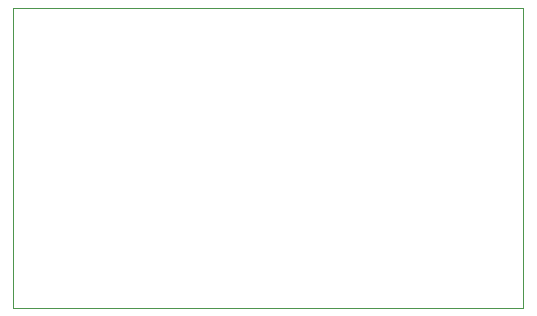
<source format=gbr>
%TF.GenerationSoftware,KiCad,Pcbnew,7.0.10*%
%TF.CreationDate,2024-01-29T17:08:50-08:00*%
%TF.ProjectId,FINAL_V1,46494e41-4c5f-4563-912e-6b696361645f,rev?*%
%TF.SameCoordinates,Original*%
%TF.FileFunction,Profile,NP*%
%FSLAX46Y46*%
G04 Gerber Fmt 4.6, Leading zero omitted, Abs format (unit mm)*
G04 Created by KiCad (PCBNEW 7.0.10) date 2024-01-29 17:08:50*
%MOMM*%
%LPD*%
G01*
G04 APERTURE LIST*
%TA.AperFunction,Profile*%
%ADD10C,0.100000*%
%TD*%
G04 APERTURE END LIST*
D10*
X83820000Y-71120000D02*
X127000000Y-71120000D01*
X127000000Y-96520000D01*
X83820000Y-96520000D01*
X83820000Y-71120000D01*
M02*

</source>
